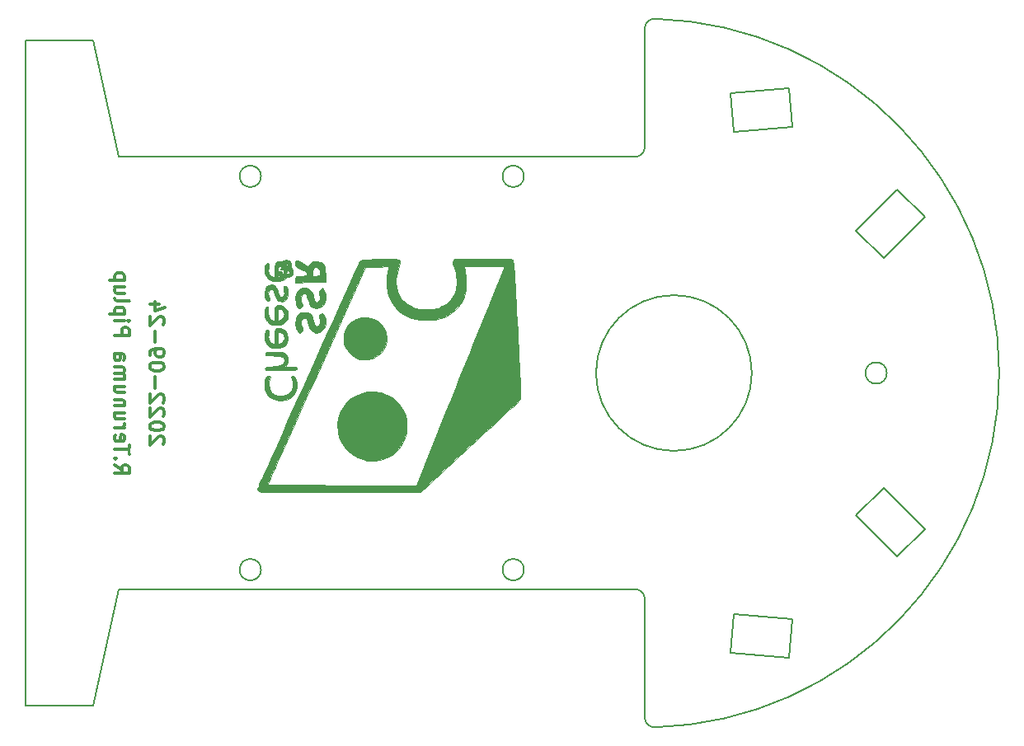
<source format=gbo>
G04 #@! TF.GenerationSoftware,KiCad,Pcbnew,(6.0.7)*
G04 #@! TF.CreationDate,2022-09-24T03:58:47+09:00*
G04 #@! TF.ProjectId,Quatro,51756174-726f-42e6-9b69-6361645f7063,0*
G04 #@! TF.SameCoordinates,Original*
G04 #@! TF.FileFunction,Legend,Bot*
G04 #@! TF.FilePolarity,Positive*
%FSLAX46Y46*%
G04 Gerber Fmt 4.6, Leading zero omitted, Abs format (unit mm)*
G04 Created by KiCad (PCBNEW (6.0.7)) date 2022-09-24 03:58:47*
%MOMM*%
%LPD*%
G01*
G04 APERTURE LIST*
G04 Aperture macros list*
%AMHorizOval*
0 Thick line with rounded ends*
0 $1 width*
0 $2 $3 position (X,Y) of the first rounded end (center of the circle)*
0 $4 $5 position (X,Y) of the second rounded end (center of the circle)*
0 Add line between two ends*
20,1,$1,$2,$3,$4,$5,0*
0 Add two circle primitives to create the rounded ends*
1,1,$1,$2,$3*
1,1,$1,$4,$5*%
%AMRotRect*
0 Rectangle, with rotation*
0 The origin of the aperture is its center*
0 $1 length*
0 $2 width*
0 $3 Rotation angle, in degrees counterclockwise*
0 Add horizontal line*
21,1,$1,$2,0,0,$3*%
G04 Aperture macros list end*
G04 #@! TA.AperFunction,Profile*
%ADD10C,0.200000*%
G04 #@! TD*
%ADD11C,0.300000*%
%ADD12C,0.010000*%
%ADD13C,0.600000*%
%ADD14R,0.700000X1.100000*%
%ADD15R,0.800000X1.100000*%
%ADD16RotRect,2.000000X2.000000X45.000000*%
%ADD17HorizOval,2.000000X0.000000X0.000000X0.000000X0.000000X0*%
%ADD18RotRect,2.000000X2.000000X135.000000*%
%ADD19HorizOval,2.000000X0.000000X0.000000X0.000000X0.000000X0*%
%ADD20RotRect,2.000000X2.000000X95.000000*%
%ADD21HorizOval,2.000000X0.000000X0.000000X0.000000X0.000000X0*%
%ADD22RotRect,2.000000X2.000000X85.000000*%
%ADD23HorizOval,2.000000X0.000000X0.000000X0.000000X0.000000X0*%
%ADD24R,1.700000X1.700000*%
%ADD25O,1.700000X1.700000*%
%ADD26R,1.000000X1.000000*%
%ADD27O,1.000000X1.000000*%
G04 APERTURE END LIST*
D10*
X180800000Y-94600000D02*
G75*
G03*
X180800000Y-94600000I-8000000J0D01*
G01*
X184962896Y-119873643D02*
X184614273Y-123858422D01*
X178985727Y-119350708D02*
X184962896Y-119873643D01*
X184614273Y-123858422D02*
X178637104Y-123335487D01*
X115800000Y-116800000D02*
X168800000Y-116800000D01*
X115800000Y-72400000D02*
X113200000Y-60400000D01*
X130400000Y-74400000D02*
G75*
G03*
X130400000Y-74400000I-1100000J0D01*
G01*
X170828250Y-58214499D02*
G75*
G03*
X169800000Y-59214127I-28250J-999601D01*
G01*
X198582048Y-78575229D02*
X194339407Y-82817870D01*
X169800000Y-117800000D02*
X169800000Y-129985873D01*
X195753620Y-75746802D02*
X198582048Y-78575229D01*
X168800000Y-72400000D02*
G75*
G03*
X169800000Y-71400000I0J1000000D01*
G01*
X194339407Y-106382130D02*
X198582048Y-110624771D01*
X157400000Y-74400000D02*
G75*
G03*
X157400000Y-74400000I-1100000J0D01*
G01*
X184614273Y-65341578D02*
X184962896Y-69326357D01*
X168800000Y-72400000D02*
X115800000Y-72400000D01*
X191510980Y-79989443D02*
X195753620Y-75746802D01*
X198582048Y-110624771D02*
X195753620Y-113453198D01*
X169800000Y-59214127D02*
X169800000Y-71400000D01*
X170828249Y-130985474D02*
G75*
G03*
X170828249Y-58214526I-1028249J36385474D01*
G01*
X169800000Y-117800000D02*
G75*
G03*
X168800000Y-116800000I-1000000J0D01*
G01*
X191510980Y-109210557D02*
X194339407Y-106382130D01*
X195753620Y-113453198D02*
X191510980Y-109210557D01*
X178637104Y-65864513D02*
X184614273Y-65341578D01*
X106200000Y-128800000D02*
X113200000Y-128800000D01*
X178637104Y-123335487D02*
X178985727Y-119350708D01*
X157400000Y-114800000D02*
G75*
G03*
X157400000Y-114800000I-1100000J0D01*
G01*
X178985727Y-69849292D02*
X178637104Y-65864513D01*
X106200000Y-60400000D02*
X106200000Y-128800000D01*
X130400000Y-114800000D02*
G75*
G03*
X130400000Y-114800000I-1100000J0D01*
G01*
X169800027Y-129985873D02*
G75*
G03*
X170828249Y-130985474I999973J-27D01*
G01*
X113200000Y-60400000D02*
X106200000Y-60400000D01*
X194666000Y-94600000D02*
G75*
G03*
X194666000Y-94600000I-1100000J0D01*
G01*
X194339407Y-82817870D02*
X191510980Y-79989443D01*
X113200000Y-128800000D02*
X115800000Y-116800000D01*
X184962896Y-69326357D02*
X178985727Y-69849292D01*
D11*
X120328571Y-101935714D02*
X120400000Y-101864285D01*
X120471428Y-101721428D01*
X120471428Y-101364285D01*
X120400000Y-101221428D01*
X120328571Y-101150000D01*
X120185714Y-101078571D01*
X120042857Y-101078571D01*
X119828571Y-101150000D01*
X118971428Y-102007142D01*
X118971428Y-101078571D01*
X120471428Y-100150000D02*
X120471428Y-100007142D01*
X120400000Y-99864285D01*
X120328571Y-99792857D01*
X120185714Y-99721428D01*
X119900000Y-99650000D01*
X119542857Y-99650000D01*
X119257142Y-99721428D01*
X119114285Y-99792857D01*
X119042857Y-99864285D01*
X118971428Y-100007142D01*
X118971428Y-100150000D01*
X119042857Y-100292857D01*
X119114285Y-100364285D01*
X119257142Y-100435714D01*
X119542857Y-100507142D01*
X119900000Y-100507142D01*
X120185714Y-100435714D01*
X120328571Y-100364285D01*
X120400000Y-100292857D01*
X120471428Y-100150000D01*
X120328571Y-99078571D02*
X120400000Y-99007142D01*
X120471428Y-98864285D01*
X120471428Y-98507142D01*
X120400000Y-98364285D01*
X120328571Y-98292857D01*
X120185714Y-98221428D01*
X120042857Y-98221428D01*
X119828571Y-98292857D01*
X118971428Y-99150000D01*
X118971428Y-98221428D01*
X120328571Y-97650000D02*
X120400000Y-97578571D01*
X120471428Y-97435714D01*
X120471428Y-97078571D01*
X120400000Y-96935714D01*
X120328571Y-96864285D01*
X120185714Y-96792857D01*
X120042857Y-96792857D01*
X119828571Y-96864285D01*
X118971428Y-97721428D01*
X118971428Y-96792857D01*
X119542857Y-96150000D02*
X119542857Y-95007142D01*
X120471428Y-94007142D02*
X120471428Y-93864285D01*
X120400000Y-93721428D01*
X120328571Y-93650000D01*
X120185714Y-93578571D01*
X119900000Y-93507142D01*
X119542857Y-93507142D01*
X119257142Y-93578571D01*
X119114285Y-93650000D01*
X119042857Y-93721428D01*
X118971428Y-93864285D01*
X118971428Y-94007142D01*
X119042857Y-94150000D01*
X119114285Y-94221428D01*
X119257142Y-94292857D01*
X119542857Y-94364285D01*
X119900000Y-94364285D01*
X120185714Y-94292857D01*
X120328571Y-94221428D01*
X120400000Y-94150000D01*
X120471428Y-94007142D01*
X118971428Y-92792857D02*
X118971428Y-92507142D01*
X119042857Y-92364285D01*
X119114285Y-92292857D01*
X119328571Y-92150000D01*
X119614285Y-92078571D01*
X120185714Y-92078571D01*
X120328571Y-92150000D01*
X120400000Y-92221428D01*
X120471428Y-92364285D01*
X120471428Y-92650000D01*
X120400000Y-92792857D01*
X120328571Y-92864285D01*
X120185714Y-92935714D01*
X119828571Y-92935714D01*
X119685714Y-92864285D01*
X119614285Y-92792857D01*
X119542857Y-92650000D01*
X119542857Y-92364285D01*
X119614285Y-92221428D01*
X119685714Y-92150000D01*
X119828571Y-92078571D01*
X119542857Y-91435714D02*
X119542857Y-90292857D01*
X120328571Y-89650000D02*
X120400000Y-89578571D01*
X120471428Y-89435714D01*
X120471428Y-89078571D01*
X120400000Y-88935714D01*
X120328571Y-88864285D01*
X120185714Y-88792857D01*
X120042857Y-88792857D01*
X119828571Y-88864285D01*
X118971428Y-89721428D01*
X118971428Y-88792857D01*
X119971428Y-87507142D02*
X118971428Y-87507142D01*
X120542857Y-87864285D02*
X119471428Y-88221428D01*
X119471428Y-87292857D01*
X115371428Y-104042857D02*
X116085714Y-104542857D01*
X115371428Y-104900000D02*
X116871428Y-104900000D01*
X116871428Y-104328571D01*
X116800000Y-104185714D01*
X116728571Y-104114285D01*
X116585714Y-104042857D01*
X116371428Y-104042857D01*
X116228571Y-104114285D01*
X116157142Y-104185714D01*
X116085714Y-104328571D01*
X116085714Y-104900000D01*
X115514285Y-103400000D02*
X115442857Y-103328571D01*
X115371428Y-103400000D01*
X115442857Y-103471428D01*
X115514285Y-103400000D01*
X115371428Y-103400000D01*
X116871428Y-102900000D02*
X116871428Y-102042857D01*
X115371428Y-102471428D02*
X116871428Y-102471428D01*
X115442857Y-100971428D02*
X115371428Y-101114285D01*
X115371428Y-101400000D01*
X115442857Y-101542857D01*
X115585714Y-101614285D01*
X116157142Y-101614285D01*
X116300000Y-101542857D01*
X116371428Y-101400000D01*
X116371428Y-101114285D01*
X116300000Y-100971428D01*
X116157142Y-100900000D01*
X116014285Y-100900000D01*
X115871428Y-101614285D01*
X115371428Y-100257142D02*
X116371428Y-100257142D01*
X116085714Y-100257142D02*
X116228571Y-100185714D01*
X116300000Y-100114285D01*
X116371428Y-99971428D01*
X116371428Y-99828571D01*
X116371428Y-98685714D02*
X115371428Y-98685714D01*
X116371428Y-99328571D02*
X115585714Y-99328571D01*
X115442857Y-99257142D01*
X115371428Y-99114285D01*
X115371428Y-98900000D01*
X115442857Y-98757142D01*
X115514285Y-98685714D01*
X116371428Y-97971428D02*
X115371428Y-97971428D01*
X116228571Y-97971428D02*
X116300000Y-97900000D01*
X116371428Y-97757142D01*
X116371428Y-97542857D01*
X116300000Y-97400000D01*
X116157142Y-97328571D01*
X115371428Y-97328571D01*
X116371428Y-95971428D02*
X115371428Y-95971428D01*
X116371428Y-96614285D02*
X115585714Y-96614285D01*
X115442857Y-96542857D01*
X115371428Y-96400000D01*
X115371428Y-96185714D01*
X115442857Y-96042857D01*
X115514285Y-95971428D01*
X115371428Y-95257142D02*
X116371428Y-95257142D01*
X116228571Y-95257142D02*
X116300000Y-95185714D01*
X116371428Y-95042857D01*
X116371428Y-94828571D01*
X116300000Y-94685714D01*
X116157142Y-94614285D01*
X115371428Y-94614285D01*
X116157142Y-94614285D02*
X116300000Y-94542857D01*
X116371428Y-94400000D01*
X116371428Y-94185714D01*
X116300000Y-94042857D01*
X116157142Y-93971428D01*
X115371428Y-93971428D01*
X115371428Y-92614285D02*
X116157142Y-92614285D01*
X116300000Y-92685714D01*
X116371428Y-92828571D01*
X116371428Y-93114285D01*
X116300000Y-93257142D01*
X115442857Y-92614285D02*
X115371428Y-92757142D01*
X115371428Y-93114285D01*
X115442857Y-93257142D01*
X115585714Y-93328571D01*
X115728571Y-93328571D01*
X115871428Y-93257142D01*
X115942857Y-93114285D01*
X115942857Y-92757142D01*
X116014285Y-92614285D01*
X115371428Y-90757142D02*
X116871428Y-90757142D01*
X116871428Y-90185714D01*
X116800000Y-90042857D01*
X116728571Y-89971428D01*
X116585714Y-89900000D01*
X116371428Y-89900000D01*
X116228571Y-89971428D01*
X116157142Y-90042857D01*
X116085714Y-90185714D01*
X116085714Y-90757142D01*
X115371428Y-89257142D02*
X116371428Y-89257142D01*
X116871428Y-89257142D02*
X116800000Y-89328571D01*
X116728571Y-89257142D01*
X116800000Y-89185714D01*
X116871428Y-89257142D01*
X116728571Y-89257142D01*
X116371428Y-88542857D02*
X114871428Y-88542857D01*
X116300000Y-88542857D02*
X116371428Y-88400000D01*
X116371428Y-88114285D01*
X116300000Y-87971428D01*
X116228571Y-87900000D01*
X116085714Y-87828571D01*
X115657142Y-87828571D01*
X115514285Y-87900000D01*
X115442857Y-87971428D01*
X115371428Y-88114285D01*
X115371428Y-88400000D01*
X115442857Y-88542857D01*
X115371428Y-86971428D02*
X115442857Y-87114285D01*
X115585714Y-87185714D01*
X116871428Y-87185714D01*
X116371428Y-85757142D02*
X115371428Y-85757142D01*
X116371428Y-86400000D02*
X115585714Y-86400000D01*
X115442857Y-86328571D01*
X115371428Y-86185714D01*
X115371428Y-85971428D01*
X115442857Y-85828571D01*
X115514285Y-85757142D01*
X116371428Y-85042857D02*
X114871428Y-85042857D01*
X116300000Y-85042857D02*
X116371428Y-84900000D01*
X116371428Y-84614285D01*
X116300000Y-84471428D01*
X116228571Y-84400000D01*
X116085714Y-84328571D01*
X115657142Y-84328571D01*
X115514285Y-84400000D01*
X115442857Y-84471428D01*
X115371428Y-84614285D01*
X115371428Y-84900000D01*
X115442857Y-85042857D01*
G36*
X135077352Y-85820331D02*
G01*
X135386496Y-85966453D01*
X135618198Y-86239405D01*
X135743844Y-86623785D01*
X135767242Y-86769275D01*
X135848625Y-87087777D01*
X135957665Y-87264266D01*
X136104713Y-87318667D01*
X136156781Y-87314491D01*
X136338829Y-87212454D01*
X136443130Y-87006576D01*
X136456415Y-86740644D01*
X136365413Y-86458446D01*
X136332815Y-86383776D01*
X136341792Y-86246115D01*
X136470135Y-86077374D01*
X136666777Y-85868058D01*
X136811415Y-86046678D01*
X136908919Y-86216097D01*
X137001326Y-86552774D01*
X137024079Y-86927879D01*
X136967866Y-87268661D01*
X136958755Y-87295294D01*
X136761531Y-87635099D01*
X136460516Y-87841665D01*
X136060873Y-87911334D01*
X135835692Y-87888752D01*
X135534032Y-87745494D01*
X135329949Y-87466692D01*
X135219505Y-87048308D01*
X135214487Y-87012890D01*
X135130815Y-86685367D01*
X135003262Y-86466844D01*
X134848667Y-86387334D01*
X134718201Y-86432236D01*
X134592156Y-86602472D01*
X134525360Y-86857876D01*
X134527907Y-87153719D01*
X134609893Y-87445273D01*
X134649275Y-87543645D01*
X134649995Y-87691032D01*
X134529843Y-87844455D01*
X134454578Y-87914742D01*
X134333711Y-87973084D01*
X134217945Y-87914884D01*
X134103620Y-87762333D01*
X134009298Y-87540853D01*
X133965336Y-87358639D01*
X133930802Y-86897720D01*
X134003299Y-86480421D01*
X134173617Y-86142055D01*
X134432546Y-85917938D01*
X134719378Y-85816439D01*
X135077352Y-85820331D01*
G37*
D12*
X135077352Y-85820331D02*
X135386496Y-85966453D01*
X135618198Y-86239405D01*
X135743844Y-86623785D01*
X135767242Y-86769275D01*
X135848625Y-87087777D01*
X135957665Y-87264266D01*
X136104713Y-87318667D01*
X136156781Y-87314491D01*
X136338829Y-87212454D01*
X136443130Y-87006576D01*
X136456415Y-86740644D01*
X136365413Y-86458446D01*
X136332815Y-86383776D01*
X136341792Y-86246115D01*
X136470135Y-86077374D01*
X136666777Y-85868058D01*
X136811415Y-86046678D01*
X136908919Y-86216097D01*
X137001326Y-86552774D01*
X137024079Y-86927879D01*
X136967866Y-87268661D01*
X136958755Y-87295294D01*
X136761531Y-87635099D01*
X136460516Y-87841665D01*
X136060873Y-87911334D01*
X135835692Y-87888752D01*
X135534032Y-87745494D01*
X135329949Y-87466692D01*
X135219505Y-87048308D01*
X135214487Y-87012890D01*
X135130815Y-86685367D01*
X135003262Y-86466844D01*
X134848667Y-86387334D01*
X134718201Y-86432236D01*
X134592156Y-86602472D01*
X134525360Y-86857876D01*
X134527907Y-87153719D01*
X134609893Y-87445273D01*
X134649275Y-87543645D01*
X134649995Y-87691032D01*
X134529843Y-87844455D01*
X134454578Y-87914742D01*
X134333711Y-87973084D01*
X134217945Y-87914884D01*
X134103620Y-87762333D01*
X134009298Y-87540853D01*
X133965336Y-87358639D01*
X133930802Y-86897720D01*
X134003299Y-86480421D01*
X134173617Y-86142055D01*
X134432546Y-85917938D01*
X134719378Y-85816439D01*
X135077352Y-85820331D01*
G36*
X135457275Y-85267431D02*
G01*
X133906882Y-85290528D01*
X133933275Y-84971097D01*
X133959667Y-84651667D01*
X134531167Y-84626632D01*
X134599742Y-84623536D01*
X134809179Y-84609334D01*
X135695334Y-84609334D01*
X136076334Y-84609334D01*
X136245880Y-84607506D01*
X136394077Y-84581301D01*
X136449200Y-84495081D01*
X136457334Y-84313000D01*
X136417623Y-84070237D01*
X136293482Y-83859362D01*
X136119056Y-83743492D01*
X135929541Y-83744308D01*
X135760130Y-83883491D01*
X135751856Y-83898368D01*
X135713078Y-84059388D01*
X135696630Y-84291834D01*
X135695334Y-84609334D01*
X134809179Y-84609334D01*
X134875718Y-84604822D01*
X135026666Y-84571969D01*
X135089883Y-84510598D01*
X135102667Y-84406333D01*
X135087186Y-84317183D01*
X135003887Y-84209284D01*
X134821488Y-84090755D01*
X134510000Y-83937891D01*
X134272463Y-83826863D01*
X134068971Y-83717057D01*
X133963340Y-83619934D01*
X133923488Y-83502731D01*
X133917334Y-83332690D01*
X133918322Y-83280520D01*
X133949734Y-83077606D01*
X134016136Y-83000667D01*
X134021695Y-83001032D01*
X134151679Y-83046372D01*
X134378835Y-83152742D01*
X134657651Y-83298980D01*
X135200364Y-83597292D01*
X135439485Y-83341313D01*
X135478637Y-83301995D01*
X135786715Y-83119595D01*
X136147095Y-83085977D01*
X136528032Y-83205111D01*
X136605801Y-83249555D01*
X136796236Y-83421848D01*
X136919082Y-83669837D01*
X136985305Y-84023536D01*
X137005871Y-84512961D01*
X137007667Y-85244334D01*
X136076334Y-85258209D01*
X135457275Y-85267431D01*
G37*
X135457275Y-85267431D02*
X133906882Y-85290528D01*
X133933275Y-84971097D01*
X133959667Y-84651667D01*
X134531167Y-84626632D01*
X134599742Y-84623536D01*
X134809179Y-84609334D01*
X135695334Y-84609334D01*
X136076334Y-84609334D01*
X136245880Y-84607506D01*
X136394077Y-84581301D01*
X136449200Y-84495081D01*
X136457334Y-84313000D01*
X136417623Y-84070237D01*
X136293482Y-83859362D01*
X136119056Y-83743492D01*
X135929541Y-83744308D01*
X135760130Y-83883491D01*
X135751856Y-83898368D01*
X135713078Y-84059388D01*
X135696630Y-84291834D01*
X135695334Y-84609334D01*
X134809179Y-84609334D01*
X134875718Y-84604822D01*
X135026666Y-84571969D01*
X135089883Y-84510598D01*
X135102667Y-84406333D01*
X135087186Y-84317183D01*
X135003887Y-84209284D01*
X134821488Y-84090755D01*
X134510000Y-83937891D01*
X134272463Y-83826863D01*
X134068971Y-83717057D01*
X133963340Y-83619934D01*
X133923488Y-83502731D01*
X133917334Y-83332690D01*
X133918322Y-83280520D01*
X133949734Y-83077606D01*
X134016136Y-83000667D01*
X134021695Y-83001032D01*
X134151679Y-83046372D01*
X134378835Y-83152742D01*
X134657651Y-83298980D01*
X135200364Y-83597292D01*
X135439485Y-83341313D01*
X135478637Y-83301995D01*
X135786715Y-83119595D01*
X136147095Y-83085977D01*
X136528032Y-83205111D01*
X136605801Y-83249555D01*
X136796236Y-83421848D01*
X136919082Y-83669837D01*
X136985305Y-84023536D01*
X137005871Y-84512961D01*
X137007667Y-85244334D01*
X136076334Y-85258209D01*
X135457275Y-85267431D01*
G36*
X141709277Y-88943027D02*
G01*
X142190432Y-89143325D01*
X142614566Y-89454416D01*
X142956297Y-89873932D01*
X143190241Y-90399503D01*
X143243133Y-90590459D01*
X143304919Y-90951430D01*
X143287452Y-91287441D01*
X143190766Y-91684800D01*
X143100945Y-91929248D01*
X142798239Y-92422311D01*
X142378442Y-92816238D01*
X141867704Y-93089854D01*
X141292176Y-93221987D01*
X141130769Y-93231591D01*
X140527037Y-93171193D01*
X139990229Y-92962212D01*
X139536221Y-92615889D01*
X139180885Y-92143466D01*
X138940096Y-91556186D01*
X138874881Y-91156725D01*
X138923285Y-90587499D01*
X139128139Y-90020491D01*
X139336554Y-89686310D01*
X139722084Y-89297122D01*
X140177504Y-89030568D01*
X140677431Y-88884280D01*
X141196482Y-88855889D01*
X141709277Y-88943027D01*
G37*
X141709277Y-88943027D02*
X142190432Y-89143325D01*
X142614566Y-89454416D01*
X142956297Y-89873932D01*
X143190241Y-90399503D01*
X143243133Y-90590459D01*
X143304919Y-90951430D01*
X143287452Y-91287441D01*
X143190766Y-91684800D01*
X143100945Y-91929248D01*
X142798239Y-92422311D01*
X142378442Y-92816238D01*
X141867704Y-93089854D01*
X141292176Y-93221987D01*
X141130769Y-93231591D01*
X140527037Y-93171193D01*
X139990229Y-92962212D01*
X139536221Y-92615889D01*
X139180885Y-92143466D01*
X138940096Y-91556186D01*
X138874881Y-91156725D01*
X138923285Y-90587499D01*
X139128139Y-90020491D01*
X139336554Y-89686310D01*
X139722084Y-89297122D01*
X140177504Y-89030568D01*
X140677431Y-88884280D01*
X141196482Y-88855889D01*
X141709277Y-88943027D01*
G36*
X131855613Y-92053035D02*
G01*
X131500005Y-91981760D01*
X131183674Y-91816691D01*
X130937196Y-91555443D01*
X130791145Y-91195635D01*
X130767572Y-90933737D01*
X130788962Y-90626285D01*
X130848473Y-90353013D01*
X130936500Y-90180968D01*
X131033366Y-90118013D01*
X131130608Y-90161772D01*
X131177928Y-90337353D01*
X131165088Y-90624875D01*
X131142503Y-90839132D01*
X131158021Y-91148472D01*
X131260914Y-91359827D01*
X131463796Y-91510596D01*
X131474898Y-91516312D01*
X131653977Y-91601507D01*
X131754129Y-91636667D01*
X131764395Y-91617934D01*
X131782999Y-91471886D01*
X131795863Y-91212506D01*
X131799018Y-90992609D01*
X132139334Y-90992609D01*
X132139586Y-91059672D01*
X132147348Y-91352831D01*
X132163766Y-91558860D01*
X132185872Y-91636667D01*
X132252927Y-91627978D01*
X132469680Y-91520063D01*
X132665665Y-91333886D01*
X132774766Y-91126698D01*
X132780535Y-90939608D01*
X132720374Y-90708853D01*
X132612436Y-90525840D01*
X132482973Y-90451334D01*
X132433283Y-90445588D01*
X132273259Y-90399942D01*
X132267008Y-90397639D01*
X132200934Y-90398085D01*
X132162171Y-90477301D01*
X132143908Y-90665429D01*
X132139334Y-90992609D01*
X131799018Y-90992609D01*
X131800667Y-90877646D01*
X131802025Y-90620791D01*
X131812906Y-90345805D01*
X131841377Y-90178874D01*
X131895287Y-90083034D01*
X131982486Y-90021318D01*
X132029835Y-89998801D01*
X132224733Y-89967414D01*
X132494535Y-90022951D01*
X132587193Y-90056169D01*
X132891310Y-90269651D01*
X133086119Y-90596348D01*
X133155017Y-91011416D01*
X133152639Y-91085881D01*
X133059288Y-91447839D01*
X132852334Y-91727917D01*
X132562353Y-91923730D01*
X132219921Y-92032897D01*
X132185872Y-92034780D01*
X131855613Y-92053035D01*
G37*
X131855613Y-92053035D02*
X131500005Y-91981760D01*
X131183674Y-91816691D01*
X130937196Y-91555443D01*
X130791145Y-91195635D01*
X130767572Y-90933737D01*
X130788962Y-90626285D01*
X130848473Y-90353013D01*
X130936500Y-90180968D01*
X131033366Y-90118013D01*
X131130608Y-90161772D01*
X131177928Y-90337353D01*
X131165088Y-90624875D01*
X131142503Y-90839132D01*
X131158021Y-91148472D01*
X131260914Y-91359827D01*
X131463796Y-91510596D01*
X131474898Y-91516312D01*
X131653977Y-91601507D01*
X131754129Y-91636667D01*
X131764395Y-91617934D01*
X131782999Y-91471886D01*
X131795863Y-91212506D01*
X131799018Y-90992609D01*
X132139334Y-90992609D01*
X132139586Y-91059672D01*
X132147348Y-91352831D01*
X132163766Y-91558860D01*
X132185872Y-91636667D01*
X132252927Y-91627978D01*
X132469680Y-91520063D01*
X132665665Y-91333886D01*
X132774766Y-91126698D01*
X132780535Y-90939608D01*
X132720374Y-90708853D01*
X132612436Y-90525840D01*
X132482973Y-90451334D01*
X132433283Y-90445588D01*
X132273259Y-90399942D01*
X132267008Y-90397639D01*
X132200934Y-90398085D01*
X132162171Y-90477301D01*
X132143908Y-90665429D01*
X132139334Y-90992609D01*
X131799018Y-90992609D01*
X131800667Y-90877646D01*
X131802025Y-90620791D01*
X131812906Y-90345805D01*
X131841377Y-90178874D01*
X131895287Y-90083034D01*
X131982486Y-90021318D01*
X132029835Y-89998801D01*
X132224733Y-89967414D01*
X132494535Y-90022951D01*
X132587193Y-90056169D01*
X132891310Y-90269651D01*
X133086119Y-90596348D01*
X133155017Y-91011416D01*
X133152639Y-91085881D01*
X133059288Y-91447839D01*
X132852334Y-91727917D01*
X132562353Y-91923730D01*
X132219921Y-92032897D01*
X132185872Y-92034780D01*
X131855613Y-92053035D01*
G36*
X135158160Y-88363159D02*
G01*
X135416016Y-88461930D01*
X135579907Y-88649117D01*
X135712698Y-88973156D01*
X135817507Y-89448326D01*
X135819901Y-89462130D01*
X135914479Y-89718329D01*
X136074877Y-89822761D01*
X136294134Y-89770718D01*
X136388802Y-89668780D01*
X136453773Y-89442916D01*
X136447255Y-89169688D01*
X136364168Y-88911452D01*
X136342758Y-88867897D01*
X136327161Y-88721618D01*
X136440294Y-88568077D01*
X136504444Y-88510946D01*
X136658362Y-88455039D01*
X136795177Y-88551315D01*
X136931639Y-88807950D01*
X137016570Y-89078111D01*
X137040778Y-89497790D01*
X136939058Y-89872957D01*
X136726746Y-90175607D01*
X136419179Y-90377735D01*
X136031692Y-90451334D01*
X135841778Y-90419508D01*
X135566461Y-90251277D01*
X135352300Y-89967298D01*
X135230114Y-89600292D01*
X135212969Y-89506178D01*
X135151717Y-89249298D01*
X135089856Y-89075500D01*
X134989585Y-88970148D01*
X134799099Y-88934320D01*
X134611600Y-89028934D01*
X134590035Y-89056000D01*
X134527566Y-89251259D01*
X134514519Y-89519842D01*
X134549456Y-89790167D01*
X134630938Y-89990652D01*
X134689366Y-90083363D01*
X134689906Y-90197070D01*
X134573846Y-90345500D01*
X134437388Y-90475587D01*
X134316296Y-90516772D01*
X134210007Y-90420902D01*
X134084387Y-90176167D01*
X134007666Y-89973596D01*
X133931167Y-89530826D01*
X133967121Y-89105544D01*
X134109072Y-88739072D01*
X134350562Y-88472732D01*
X134515349Y-88394580D01*
X134830880Y-88340983D01*
X135158160Y-88363159D01*
G37*
X135158160Y-88363159D02*
X135416016Y-88461930D01*
X135579907Y-88649117D01*
X135712698Y-88973156D01*
X135817507Y-89448326D01*
X135819901Y-89462130D01*
X135914479Y-89718329D01*
X136074877Y-89822761D01*
X136294134Y-89770718D01*
X136388802Y-89668780D01*
X136453773Y-89442916D01*
X136447255Y-89169688D01*
X136364168Y-88911452D01*
X136342758Y-88867897D01*
X136327161Y-88721618D01*
X136440294Y-88568077D01*
X136504444Y-88510946D01*
X136658362Y-88455039D01*
X136795177Y-88551315D01*
X136931639Y-88807950D01*
X137016570Y-89078111D01*
X137040778Y-89497790D01*
X136939058Y-89872957D01*
X136726746Y-90175607D01*
X136419179Y-90377735D01*
X136031692Y-90451334D01*
X135841778Y-90419508D01*
X135566461Y-90251277D01*
X135352300Y-89967298D01*
X135230114Y-89600292D01*
X135212969Y-89506178D01*
X135151717Y-89249298D01*
X135089856Y-89075500D01*
X134989585Y-88970148D01*
X134799099Y-88934320D01*
X134611600Y-89028934D01*
X134590035Y-89056000D01*
X134527566Y-89251259D01*
X134514519Y-89519842D01*
X134549456Y-89790167D01*
X134630938Y-89990652D01*
X134689366Y-90083363D01*
X134689906Y-90197070D01*
X134573846Y-90345500D01*
X134437388Y-90475587D01*
X134316296Y-90516772D01*
X134210007Y-90420902D01*
X134084387Y-90176167D01*
X134007666Y-89973596D01*
X133931167Y-89530826D01*
X133967121Y-89105544D01*
X134109072Y-88739072D01*
X134350562Y-88472732D01*
X134515349Y-88394580D01*
X134830880Y-88340983D01*
X135158160Y-88363159D01*
G36*
X142679457Y-96597083D02*
G01*
X143341680Y-96837390D01*
X143946817Y-97204876D01*
X144474478Y-97691024D01*
X144904276Y-98287317D01*
X145215821Y-98985237D01*
X145221877Y-99003867D01*
X145302103Y-99336045D01*
X145337706Y-99720031D01*
X145334188Y-100212904D01*
X145332714Y-100251076D01*
X145307279Y-100657068D01*
X145258894Y-100966591D01*
X145172569Y-101247051D01*
X145033314Y-101565851D01*
X144900828Y-101818374D01*
X144471338Y-102412175D01*
X143938788Y-102904509D01*
X143327900Y-103282054D01*
X142663395Y-103531486D01*
X141969995Y-103639483D01*
X141272420Y-103592720D01*
X141129149Y-103563447D01*
X140378012Y-103315994D01*
X139713255Y-102934382D01*
X139150559Y-102432084D01*
X138705605Y-101822577D01*
X138394074Y-101119334D01*
X138280246Y-100618300D01*
X138249089Y-99926034D01*
X138343629Y-99230358D01*
X138556716Y-98576888D01*
X138881201Y-98011241D01*
X138893141Y-97995281D01*
X139279713Y-97539089D01*
X139691193Y-97188549D01*
X140193476Y-96887220D01*
X140554150Y-96724407D01*
X141265303Y-96532075D01*
X141980535Y-96492472D01*
X142679457Y-96597083D01*
G37*
X142679457Y-96597083D02*
X143341680Y-96837390D01*
X143946817Y-97204876D01*
X144474478Y-97691024D01*
X144904276Y-98287317D01*
X145215821Y-98985237D01*
X145221877Y-99003867D01*
X145302103Y-99336045D01*
X145337706Y-99720031D01*
X145334188Y-100212904D01*
X145332714Y-100251076D01*
X145307279Y-100657068D01*
X145258894Y-100966591D01*
X145172569Y-101247051D01*
X145033314Y-101565851D01*
X144900828Y-101818374D01*
X144471338Y-102412175D01*
X143938788Y-102904509D01*
X143327900Y-103282054D01*
X142663395Y-103531486D01*
X141969995Y-103639483D01*
X141272420Y-103592720D01*
X141129149Y-103563447D01*
X140378012Y-103315994D01*
X139713255Y-102934382D01*
X139150559Y-102432084D01*
X138705605Y-101822577D01*
X138394074Y-101119334D01*
X138280246Y-100618300D01*
X138249089Y-99926034D01*
X138343629Y-99230358D01*
X138556716Y-98576888D01*
X138881201Y-98011241D01*
X138893141Y-97995281D01*
X139279713Y-97539089D01*
X139691193Y-97188549D01*
X140193476Y-96887220D01*
X140554150Y-96724407D01*
X141265303Y-96532075D01*
X141980535Y-96492472D01*
X142679457Y-96597083D01*
G36*
X132217229Y-85179081D02*
G01*
X132171687Y-85190940D01*
X131736479Y-85185675D01*
X131323702Y-85063964D01*
X131100643Y-84925448D01*
X130905913Y-84678507D01*
X130786427Y-84313000D01*
X130772069Y-84229962D01*
X130763766Y-83933517D01*
X130810228Y-83655555D01*
X130898021Y-83433788D01*
X131013709Y-83305928D01*
X131143859Y-83309686D01*
X131168718Y-83373569D01*
X131178491Y-83566436D01*
X131160404Y-83834353D01*
X131147192Y-84013556D01*
X131187962Y-84361242D01*
X131339365Y-84595768D01*
X131610167Y-84734682D01*
X131699258Y-84754199D01*
X131756911Y-84729285D01*
X131787125Y-84627654D01*
X131791674Y-84545834D01*
X132147773Y-84545834D01*
X132154168Y-84689134D01*
X132217229Y-84772346D01*
X132356910Y-84713871D01*
X132402230Y-84629605D01*
X132386517Y-84440000D01*
X132344251Y-84305509D01*
X132323125Y-84313957D01*
X132308667Y-84482334D01*
X132294368Y-84650372D01*
X132272210Y-84662857D01*
X132224000Y-84524667D01*
X132156213Y-84313000D01*
X132147773Y-84545834D01*
X131791674Y-84545834D01*
X131798758Y-84418434D01*
X131800667Y-84070754D01*
X131804472Y-83924074D01*
X132139334Y-83924074D01*
X132143076Y-84023519D01*
X132187510Y-84129143D01*
X132308802Y-84125831D01*
X132376685Y-84114700D01*
X132472932Y-84165377D01*
X132531640Y-84348364D01*
X132567536Y-84489440D01*
X132618872Y-84564995D01*
X132659512Y-84480966D01*
X132678199Y-84275611D01*
X133002979Y-84275611D01*
X133073357Y-84399329D01*
X133124251Y-84416459D01*
X133258620Y-84370581D01*
X133286701Y-84332050D01*
X133303950Y-84190717D01*
X133243758Y-84067694D01*
X133134123Y-84037809D01*
X133118857Y-84050962D01*
X133035631Y-84122666D01*
X133002979Y-84275611D01*
X132678199Y-84275611D01*
X132681149Y-84243198D01*
X132679205Y-84096921D01*
X132637981Y-83998521D01*
X132529025Y-84000873D01*
X132453725Y-84014511D01*
X132400964Y-83970618D01*
X132427492Y-83807429D01*
X132449184Y-83708938D01*
X132440014Y-83613732D01*
X132348377Y-83624958D01*
X132274088Y-83651613D01*
X132174742Y-83678000D01*
X132149917Y-83749027D01*
X132139334Y-83924074D01*
X131804472Y-83924074D01*
X131809779Y-83719495D01*
X131854818Y-83390646D01*
X131882791Y-83331297D01*
X132906882Y-83331297D01*
X132982693Y-83506215D01*
X133033995Y-83564032D01*
X133118857Y-83573367D01*
X133144783Y-83463546D01*
X133090265Y-83323070D01*
X132988658Y-83254667D01*
X132961476Y-83256917D01*
X132906882Y-83331297D01*
X131882791Y-83331297D01*
X131946923Y-83195229D01*
X132096432Y-83114264D01*
X132313683Y-83128769D01*
X132467419Y-83141412D01*
X132757447Y-83046279D01*
X132964215Y-82971371D01*
X133199972Y-83010013D01*
X133388954Y-83154598D01*
X133490971Y-83372049D01*
X133465831Y-83629288D01*
X133460042Y-83709839D01*
X133541366Y-83851511D01*
X133616823Y-83969229D01*
X133658988Y-84197213D01*
X133637286Y-84434088D01*
X133550687Y-84597422D01*
X133444787Y-84657226D01*
X133237587Y-84713622D01*
X133124251Y-84746925D01*
X133082851Y-84759090D01*
X132881186Y-84887882D01*
X132618872Y-85057577D01*
X132575106Y-85085889D01*
X132217229Y-85179081D01*
G37*
X132217229Y-85179081D02*
X132171687Y-85190940D01*
X131736479Y-85185675D01*
X131323702Y-85063964D01*
X131100643Y-84925448D01*
X130905913Y-84678507D01*
X130786427Y-84313000D01*
X130772069Y-84229962D01*
X130763766Y-83933517D01*
X130810228Y-83655555D01*
X130898021Y-83433788D01*
X131013709Y-83305928D01*
X131143859Y-83309686D01*
X131168718Y-83373569D01*
X131178491Y-83566436D01*
X131160404Y-83834353D01*
X131147192Y-84013556D01*
X131187962Y-84361242D01*
X131339365Y-84595768D01*
X131610167Y-84734682D01*
X131699258Y-84754199D01*
X131756911Y-84729285D01*
X131787125Y-84627654D01*
X131791674Y-84545834D01*
X132147773Y-84545834D01*
X132154168Y-84689134D01*
X132217229Y-84772346D01*
X132356910Y-84713871D01*
X132402230Y-84629605D01*
X132386517Y-84440000D01*
X132344251Y-84305509D01*
X132323125Y-84313957D01*
X132308667Y-84482334D01*
X132294368Y-84650372D01*
X132272210Y-84662857D01*
X132224000Y-84524667D01*
X132156213Y-84313000D01*
X132147773Y-84545834D01*
X131791674Y-84545834D01*
X131798758Y-84418434D01*
X131800667Y-84070754D01*
X131804472Y-83924074D01*
X132139334Y-83924074D01*
X132143076Y-84023519D01*
X132187510Y-84129143D01*
X132308802Y-84125831D01*
X132376685Y-84114700D01*
X132472932Y-84165377D01*
X132531640Y-84348364D01*
X132567536Y-84489440D01*
X132618872Y-84564995D01*
X132659512Y-84480966D01*
X132678199Y-84275611D01*
X133002979Y-84275611D01*
X133073357Y-84399329D01*
X133124251Y-84416459D01*
X133258620Y-84370581D01*
X133286701Y-84332050D01*
X133303950Y-84190717D01*
X133243758Y-84067694D01*
X133134123Y-84037809D01*
X133118857Y-84050962D01*
X133035631Y-84122666D01*
X133002979Y-84275611D01*
X132678199Y-84275611D01*
X132681149Y-84243198D01*
X132679205Y-84096921D01*
X132637981Y-83998521D01*
X132529025Y-84000873D01*
X132453725Y-84014511D01*
X132400964Y-83970618D01*
X132427492Y-83807429D01*
X132449184Y-83708938D01*
X132440014Y-83613732D01*
X132348377Y-83624958D01*
X132274088Y-83651613D01*
X132174742Y-83678000D01*
X132149917Y-83749027D01*
X132139334Y-83924074D01*
X131804472Y-83924074D01*
X131809779Y-83719495D01*
X131854818Y-83390646D01*
X131882791Y-83331297D01*
X132906882Y-83331297D01*
X132982693Y-83506215D01*
X133033995Y-83564032D01*
X133118857Y-83573367D01*
X133144783Y-83463546D01*
X133090265Y-83323070D01*
X132988658Y-83254667D01*
X132961476Y-83256917D01*
X132906882Y-83331297D01*
X131882791Y-83331297D01*
X131946923Y-83195229D01*
X132096432Y-83114264D01*
X132313683Y-83128769D01*
X132467419Y-83141412D01*
X132757447Y-83046279D01*
X132964215Y-82971371D01*
X133199972Y-83010013D01*
X133388954Y-83154598D01*
X133490971Y-83372049D01*
X133465831Y-83629288D01*
X133460042Y-83709839D01*
X133541366Y-83851511D01*
X133616823Y-83969229D01*
X133658988Y-84197213D01*
X133637286Y-84434088D01*
X133550687Y-84597422D01*
X133444787Y-84657226D01*
X133237587Y-84713622D01*
X133124251Y-84746925D01*
X133082851Y-84759090D01*
X132881186Y-84887882D01*
X132618872Y-85057577D01*
X132575106Y-85085889D01*
X132217229Y-85179081D01*
G36*
X131762059Y-85590292D02*
G01*
X131992679Y-85804203D01*
X132144730Y-86167946D01*
X132162690Y-86237226D01*
X132228906Y-86487579D01*
X132277079Y-86662500D01*
X132314180Y-86736137D01*
X132449856Y-86805677D01*
X132612577Y-86762140D01*
X132741422Y-86612134D01*
X132789143Y-86404745D01*
X132742781Y-86090913D01*
X132736642Y-86068361D01*
X132689032Y-85805915D01*
X132728418Y-85666399D01*
X132861018Y-85625334D01*
X132896076Y-85629013D01*
X133034732Y-85740295D01*
X133123839Y-85991670D01*
X133155334Y-86362929D01*
X133145343Y-86543256D01*
X133047854Y-86898934D01*
X132860575Y-87140530D01*
X132600882Y-87251042D01*
X132286152Y-87213465D01*
X132158952Y-87155562D01*
X132002032Y-87011161D01*
X131880002Y-86770447D01*
X131769889Y-86397092D01*
X131731607Y-86267212D01*
X131602456Y-86036915D01*
X131435683Y-85966420D01*
X131237266Y-86059513D01*
X131172073Y-86173892D01*
X131141445Y-86415279D01*
X131167602Y-86710376D01*
X131249765Y-87000453D01*
X131266726Y-87100701D01*
X131168761Y-87202196D01*
X131003465Y-87205352D01*
X130874247Y-87058274D01*
X130783894Y-86751472D01*
X130783812Y-86751034D01*
X130754197Y-86331539D01*
X130821678Y-85972230D01*
X130974865Y-85705449D01*
X131202363Y-85563537D01*
X131451492Y-85525330D01*
X131762059Y-85590292D01*
G37*
X131762059Y-85590292D02*
X131992679Y-85804203D01*
X132144730Y-86167946D01*
X132162690Y-86237226D01*
X132228906Y-86487579D01*
X132277079Y-86662500D01*
X132314180Y-86736137D01*
X132449856Y-86805677D01*
X132612577Y-86762140D01*
X132741422Y-86612134D01*
X132789143Y-86404745D01*
X132742781Y-86090913D01*
X132736642Y-86068361D01*
X132689032Y-85805915D01*
X132728418Y-85666399D01*
X132861018Y-85625334D01*
X132896076Y-85629013D01*
X133034732Y-85740295D01*
X133123839Y-85991670D01*
X133155334Y-86362929D01*
X133145343Y-86543256D01*
X133047854Y-86898934D01*
X132860575Y-87140530D01*
X132600882Y-87251042D01*
X132286152Y-87213465D01*
X132158952Y-87155562D01*
X132002032Y-87011161D01*
X131880002Y-86770447D01*
X131769889Y-86397092D01*
X131731607Y-86267212D01*
X131602456Y-86036915D01*
X131435683Y-85966420D01*
X131237266Y-86059513D01*
X131172073Y-86173892D01*
X131141445Y-86415279D01*
X131167602Y-86710376D01*
X131249765Y-87000453D01*
X131266726Y-87100701D01*
X131168761Y-87202196D01*
X131003465Y-87205352D01*
X130874247Y-87058274D01*
X130783894Y-86751472D01*
X130783812Y-86751034D01*
X130754197Y-86331539D01*
X130821678Y-85972230D01*
X130974865Y-85705449D01*
X131202363Y-85563537D01*
X131451492Y-85525330D01*
X131762059Y-85590292D01*
G36*
X138538334Y-106874613D02*
G01*
X137774363Y-106874757D01*
X136494036Y-106874675D01*
X135367603Y-106874004D01*
X134385063Y-106872579D01*
X133536414Y-106870235D01*
X132811654Y-106866807D01*
X132200781Y-106862129D01*
X131693792Y-106856036D01*
X131280687Y-106848363D01*
X130951462Y-106838946D01*
X130696116Y-106827618D01*
X130504648Y-106814215D01*
X130367054Y-106798571D01*
X130273332Y-106780522D01*
X130213482Y-106759901D01*
X130177501Y-106736545D01*
X130079408Y-106629429D01*
X130022667Y-106515882D01*
X130051363Y-106438519D01*
X130145567Y-106215648D01*
X130217064Y-106051167D01*
X131043907Y-106051167D01*
X131044027Y-106051571D01*
X131132864Y-106060871D01*
X131378610Y-106069755D01*
X131769349Y-106078125D01*
X132293163Y-106085881D01*
X132938135Y-106092924D01*
X133692349Y-106099155D01*
X134543887Y-106104475D01*
X135480832Y-106108786D01*
X136491269Y-106111987D01*
X137563279Y-106113981D01*
X138684946Y-106114667D01*
X146331224Y-106114667D01*
X149408453Y-98473500D01*
X149807788Y-97481851D01*
X150292887Y-96277115D01*
X150781956Y-95062403D01*
X151267525Y-93856274D01*
X151742123Y-92677291D01*
X152198279Y-91544013D01*
X152628522Y-90475001D01*
X153025382Y-89488817D01*
X153381388Y-88604020D01*
X153689068Y-87839172D01*
X153940952Y-87212834D01*
X155396223Y-83593334D01*
X151205906Y-83593334D01*
X151324620Y-83987790D01*
X151372849Y-84213770D01*
X151416476Y-84617501D01*
X151437038Y-85091313D01*
X151433861Y-85579645D01*
X151406272Y-86026936D01*
X151353596Y-86377626D01*
X151244203Y-86750522D01*
X150922605Y-87412395D01*
X150468496Y-87994465D01*
X149900465Y-88479111D01*
X149237104Y-88848709D01*
X148497000Y-89085638D01*
X148362905Y-89110592D01*
X147858678Y-89163521D01*
X147289752Y-89177257D01*
X146732093Y-89151753D01*
X146261668Y-89086965D01*
X145806879Y-88962299D01*
X145116941Y-88644831D01*
X144523134Y-88204652D01*
X144033909Y-87657465D01*
X143657718Y-87018977D01*
X143403011Y-86304892D01*
X143278240Y-85530916D01*
X143291856Y-84712754D01*
X143452309Y-83866112D01*
X143505666Y-83673223D01*
X142294317Y-83696778D01*
X141082968Y-83720334D01*
X136066057Y-94854000D01*
X135511753Y-96084446D01*
X134944712Y-97343837D01*
X134400642Y-98552892D01*
X133883430Y-99702943D01*
X133396966Y-100785321D01*
X132945137Y-101791357D01*
X132531830Y-102712385D01*
X132160934Y-103539735D01*
X131836336Y-104264738D01*
X131561926Y-104878727D01*
X131341589Y-105373032D01*
X131179215Y-105738986D01*
X131078692Y-105967921D01*
X131043907Y-106051167D01*
X130217064Y-106051167D01*
X130300884Y-105858339D01*
X130512663Y-105376905D01*
X130776251Y-104781657D01*
X131086998Y-104082905D01*
X131440251Y-103290961D01*
X131831361Y-102416136D01*
X132255674Y-101468741D01*
X132708541Y-100459088D01*
X133185309Y-99397487D01*
X133681327Y-98294249D01*
X134191944Y-97159687D01*
X134712508Y-96004110D01*
X135238368Y-94837830D01*
X135764872Y-93671158D01*
X136287370Y-92514405D01*
X136801209Y-91377883D01*
X137301739Y-90271903D01*
X137784307Y-89206775D01*
X138244263Y-88192811D01*
X138676955Y-87240322D01*
X139077731Y-86359619D01*
X139441941Y-85561013D01*
X139764933Y-84854816D01*
X140042055Y-84251338D01*
X140268657Y-83760891D01*
X140440086Y-83393786D01*
X140551691Y-83160334D01*
X140598821Y-83070846D01*
X140653555Y-83028557D01*
X140753087Y-82990875D01*
X140913308Y-82962364D01*
X141155948Y-82941204D01*
X141502736Y-82925574D01*
X141975399Y-82913656D01*
X142595667Y-82903630D01*
X142828922Y-82900938D01*
X143358424Y-82898930D01*
X143822722Y-82902798D01*
X144195793Y-82912004D01*
X144451615Y-82926011D01*
X144564167Y-82944282D01*
X144606748Y-82979007D01*
X144657639Y-83092950D01*
X144650262Y-83282241D01*
X144581684Y-83573593D01*
X144448973Y-83993718D01*
X144364976Y-84257686D01*
X144284166Y-84599022D01*
X144254468Y-84930012D01*
X144263832Y-85338165D01*
X144316185Y-85800683D01*
X144509527Y-86445986D01*
X144841035Y-86994046D01*
X145313532Y-87449060D01*
X145929840Y-87815223D01*
X145950120Y-87824696D01*
X146174393Y-87920551D01*
X146383295Y-87982737D01*
X146622982Y-88018361D01*
X146939610Y-88034525D01*
X147379334Y-88038334D01*
X147420711Y-88038316D01*
X147848724Y-88033769D01*
X148157386Y-88016291D01*
X148392854Y-87978776D01*
X148601283Y-87914122D01*
X148828828Y-87815223D01*
X149365107Y-87502129D01*
X149867786Y-87042235D01*
X150234312Y-86485593D01*
X150315847Y-86311895D01*
X150397010Y-86092116D01*
X150442927Y-85862146D01*
X150462862Y-85568995D01*
X150466077Y-85159667D01*
X150464843Y-85007015D01*
X150450984Y-84619641D01*
X150414338Y-84323505D01*
X150345028Y-84059639D01*
X150233178Y-83769074D01*
X150210059Y-83714046D01*
X150102328Y-83441237D01*
X150057827Y-83267552D01*
X150070149Y-83145661D01*
X150132886Y-83028240D01*
X150261904Y-82831334D01*
X153212919Y-82831334D01*
X153432864Y-82831394D01*
X154199227Y-82832964D01*
X154816093Y-82837128D01*
X155299282Y-82844511D01*
X155664609Y-82855735D01*
X155927894Y-82871423D01*
X156104952Y-82892198D01*
X156211603Y-82918683D01*
X156263663Y-82951501D01*
X156266817Y-82958392D01*
X156287323Y-83090332D01*
X156314780Y-83373190D01*
X156348358Y-83791741D01*
X156387226Y-84330762D01*
X156430555Y-84975029D01*
X156477513Y-85709318D01*
X156527271Y-86518404D01*
X156578998Y-87387063D01*
X156631864Y-88300072D01*
X156685039Y-89242205D01*
X156737692Y-90198241D01*
X156788994Y-91152953D01*
X156838114Y-92091118D01*
X156884221Y-92997512D01*
X156926485Y-93856911D01*
X156964077Y-94654091D01*
X156996165Y-95373828D01*
X157021920Y-96000897D01*
X157040510Y-96520075D01*
X157051107Y-96916137D01*
X157052880Y-97173860D01*
X157044997Y-97278019D01*
X157022703Y-97302366D01*
X156890576Y-97431504D01*
X156648436Y-97662280D01*
X156305582Y-97985993D01*
X155871311Y-98393943D01*
X155354922Y-98877429D01*
X154765715Y-99427750D01*
X154112987Y-100036206D01*
X153406037Y-100694095D01*
X152654164Y-101392718D01*
X151866667Y-102123374D01*
X146744334Y-106872560D01*
X146331224Y-106872664D01*
X138538334Y-106874613D01*
G37*
X138538334Y-106874613D02*
X137774363Y-106874757D01*
X136494036Y-106874675D01*
X135367603Y-106874004D01*
X134385063Y-106872579D01*
X133536414Y-106870235D01*
X132811654Y-106866807D01*
X132200781Y-106862129D01*
X131693792Y-106856036D01*
X131280687Y-106848363D01*
X130951462Y-106838946D01*
X130696116Y-106827618D01*
X130504648Y-106814215D01*
X130367054Y-106798571D01*
X130273332Y-106780522D01*
X130213482Y-106759901D01*
X130177501Y-106736545D01*
X130079408Y-106629429D01*
X130022667Y-106515882D01*
X130051363Y-106438519D01*
X130145567Y-106215648D01*
X130217064Y-106051167D01*
X131043907Y-106051167D01*
X131044027Y-106051571D01*
X131132864Y-106060871D01*
X131378610Y-106069755D01*
X131769349Y-106078125D01*
X132293163Y-106085881D01*
X132938135Y-106092924D01*
X133692349Y-106099155D01*
X134543887Y-106104475D01*
X135480832Y-106108786D01*
X136491269Y-106111987D01*
X137563279Y-106113981D01*
X138684946Y-106114667D01*
X146331224Y-106114667D01*
X149408453Y-98473500D01*
X149807788Y-97481851D01*
X150292887Y-96277115D01*
X150781956Y-95062403D01*
X151267525Y-93856274D01*
X151742123Y-92677291D01*
X152198279Y-91544013D01*
X152628522Y-90475001D01*
X153025382Y-89488817D01*
X153381388Y-88604020D01*
X153689068Y-87839172D01*
X153940952Y-87212834D01*
X155396223Y-83593334D01*
X151205906Y-83593334D01*
X151324620Y-83987790D01*
X151372849Y-84213770D01*
X151416476Y-84617501D01*
X151437038Y-85091313D01*
X151433861Y-85579645D01*
X151406272Y-86026936D01*
X151353596Y-86377626D01*
X151244203Y-86750522D01*
X150922605Y-87412395D01*
X150468496Y-87994465D01*
X149900465Y-88479111D01*
X149237104Y-88848709D01*
X148497000Y-89085638D01*
X148362905Y-89110592D01*
X147858678Y-89163521D01*
X147289752Y-89177257D01*
X146732093Y-89151753D01*
X146261668Y-89086965D01*
X145806879Y-88962299D01*
X145116941Y-88644831D01*
X144523134Y-88204652D01*
X144033909Y-87657465D01*
X143657718Y-87018977D01*
X143403011Y-86304892D01*
X143278240Y-85530916D01*
X143291856Y-84712754D01*
X143452309Y-83866112D01*
X143505666Y-83673223D01*
X142294317Y-83696778D01*
X141082968Y-83720334D01*
X136066057Y-94854000D01*
X135511753Y-96084446D01*
X134944712Y-97343837D01*
X134400642Y-98552892D01*
X133883430Y-99702943D01*
X133396966Y-100785321D01*
X132945137Y-101791357D01*
X132531830Y-102712385D01*
X132160934Y-103539735D01*
X131836336Y-104264738D01*
X131561926Y-104878727D01*
X131341589Y-105373032D01*
X131179215Y-105738986D01*
X131078692Y-105967921D01*
X131043907Y-106051167D01*
X130217064Y-106051167D01*
X130300884Y-105858339D01*
X130512663Y-105376905D01*
X130776251Y-104781657D01*
X131086998Y-104082905D01*
X131440251Y-103290961D01*
X131831361Y-102416136D01*
X132255674Y-101468741D01*
X132708541Y-100459088D01*
X133185309Y-99397487D01*
X133681327Y-98294249D01*
X134191944Y-97159687D01*
X134712508Y-96004110D01*
X135238368Y-94837830D01*
X135764872Y-93671158D01*
X136287370Y-92514405D01*
X136801209Y-91377883D01*
X137301739Y-90271903D01*
X137784307Y-89206775D01*
X138244263Y-88192811D01*
X138676955Y-87240322D01*
X139077731Y-86359619D01*
X139441941Y-85561013D01*
X139764933Y-84854816D01*
X140042055Y-84251338D01*
X140268657Y-83760891D01*
X140440086Y-83393786D01*
X140551691Y-83160334D01*
X140598821Y-83070846D01*
X140653555Y-83028557D01*
X140753087Y-82990875D01*
X140913308Y-82962364D01*
X141155948Y-82941204D01*
X141502736Y-82925574D01*
X141975399Y-82913656D01*
X142595667Y-82903630D01*
X142828922Y-82900938D01*
X143358424Y-82898930D01*
X143822722Y-82902798D01*
X144195793Y-82912004D01*
X144451615Y-82926011D01*
X144564167Y-82944282D01*
X144606748Y-82979007D01*
X144657639Y-83092950D01*
X144650262Y-83282241D01*
X144581684Y-83573593D01*
X144448973Y-83993718D01*
X144364976Y-84257686D01*
X144284166Y-84599022D01*
X144254468Y-84930012D01*
X144263832Y-85338165D01*
X144316185Y-85800683D01*
X144509527Y-86445986D01*
X144841035Y-86994046D01*
X145313532Y-87449060D01*
X145929840Y-87815223D01*
X145950120Y-87824696D01*
X146174393Y-87920551D01*
X146383295Y-87982737D01*
X146622982Y-88018361D01*
X146939610Y-88034525D01*
X147379334Y-88038334D01*
X147420711Y-88038316D01*
X147848724Y-88033769D01*
X148157386Y-88016291D01*
X148392854Y-87978776D01*
X148601283Y-87914122D01*
X148828828Y-87815223D01*
X149365107Y-87502129D01*
X149867786Y-87042235D01*
X150234312Y-86485593D01*
X150315847Y-86311895D01*
X150397010Y-86092116D01*
X150442927Y-85862146D01*
X150462862Y-85568995D01*
X150466077Y-85159667D01*
X150464843Y-85007015D01*
X150450984Y-84619641D01*
X150414338Y-84323505D01*
X150345028Y-84059639D01*
X150233178Y-83769074D01*
X150210059Y-83714046D01*
X150102328Y-83441237D01*
X150057827Y-83267552D01*
X150070149Y-83145661D01*
X150132886Y-83028240D01*
X150261904Y-82831334D01*
X153212919Y-82831334D01*
X153432864Y-82831394D01*
X154199227Y-82832964D01*
X154816093Y-82837128D01*
X155299282Y-82844511D01*
X155664609Y-82855735D01*
X155927894Y-82871423D01*
X156104952Y-82892198D01*
X156211603Y-82918683D01*
X156263663Y-82951501D01*
X156266817Y-82958392D01*
X156287323Y-83090332D01*
X156314780Y-83373190D01*
X156348358Y-83791741D01*
X156387226Y-84330762D01*
X156430555Y-84975029D01*
X156477513Y-85709318D01*
X156527271Y-86518404D01*
X156578998Y-87387063D01*
X156631864Y-88300072D01*
X156685039Y-89242205D01*
X156737692Y-90198241D01*
X156788994Y-91152953D01*
X156838114Y-92091118D01*
X156884221Y-92997512D01*
X156926485Y-93856911D01*
X156964077Y-94654091D01*
X156996165Y-95373828D01*
X157021920Y-96000897D01*
X157040510Y-96520075D01*
X157051107Y-96916137D01*
X157052880Y-97173860D01*
X157044997Y-97278019D01*
X157022703Y-97302366D01*
X156890576Y-97431504D01*
X156648436Y-97662280D01*
X156305582Y-97985993D01*
X155871311Y-98393943D01*
X155354922Y-98877429D01*
X154765715Y-99427750D01*
X154112987Y-100036206D01*
X153406037Y-100694095D01*
X152654164Y-101392718D01*
X151866667Y-102123374D01*
X146744334Y-106872560D01*
X146331224Y-106872664D01*
X138538334Y-106874613D01*
G36*
X133768645Y-94895212D02*
G01*
X133904398Y-95068492D01*
X134005652Y-95339438D01*
X134062642Y-95666946D01*
X134065607Y-96009913D01*
X134004783Y-96327237D01*
X133990825Y-96368079D01*
X133752031Y-96820626D01*
X133402553Y-97145842D01*
X132945794Y-97341463D01*
X132385157Y-97405223D01*
X132221246Y-97398854D01*
X131703098Y-97290476D01*
X131284897Y-97055019D01*
X130978816Y-96701427D01*
X130797029Y-96238643D01*
X130773424Y-96103477D01*
X130760044Y-95763934D01*
X130798026Y-95427864D01*
X130877640Y-95136618D01*
X130989156Y-94931547D01*
X131122844Y-94854000D01*
X131247089Y-94884829D01*
X131323708Y-95018163D01*
X131271457Y-95226522D01*
X131262549Y-95244823D01*
X131195227Y-95522610D01*
X131191131Y-95867055D01*
X131245210Y-96201818D01*
X131352416Y-96450557D01*
X131459931Y-96576623D01*
X131790470Y-96812158D01*
X132177916Y-96934628D01*
X132583990Y-96946073D01*
X132970409Y-96848528D01*
X133298891Y-96644031D01*
X133531157Y-96334618D01*
X133550556Y-96292376D01*
X133621863Y-96079563D01*
X133642560Y-95846083D01*
X133612692Y-95544948D01*
X133532304Y-95129167D01*
X133505362Y-94967489D01*
X133534987Y-94874210D01*
X133654846Y-94854000D01*
X133768645Y-94895212D01*
G37*
X133768645Y-94895212D02*
X133904398Y-95068492D01*
X134005652Y-95339438D01*
X134062642Y-95666946D01*
X134065607Y-96009913D01*
X134004783Y-96327237D01*
X133990825Y-96368079D01*
X133752031Y-96820626D01*
X133402553Y-97145842D01*
X132945794Y-97341463D01*
X132385157Y-97405223D01*
X132221246Y-97398854D01*
X131703098Y-97290476D01*
X131284897Y-97055019D01*
X130978816Y-96701427D01*
X130797029Y-96238643D01*
X130773424Y-96103477D01*
X130760044Y-95763934D01*
X130798026Y-95427864D01*
X130877640Y-95136618D01*
X130989156Y-94931547D01*
X131122844Y-94854000D01*
X131247089Y-94884829D01*
X131323708Y-95018163D01*
X131271457Y-95226522D01*
X131262549Y-95244823D01*
X131195227Y-95522610D01*
X131191131Y-95867055D01*
X131245210Y-96201818D01*
X131352416Y-96450557D01*
X131459931Y-96576623D01*
X131790470Y-96812158D01*
X132177916Y-96934628D01*
X132583990Y-96946073D01*
X132970409Y-96848528D01*
X133298891Y-96644031D01*
X133531157Y-96334618D01*
X133550556Y-96292376D01*
X133621863Y-96079563D01*
X133642560Y-95846083D01*
X133612692Y-95544948D01*
X133532304Y-95129167D01*
X133505362Y-94967489D01*
X133534987Y-94874210D01*
X133654846Y-94854000D01*
X133768645Y-94895212D01*
G36*
X131951178Y-89675077D02*
G01*
X131562235Y-89616395D01*
X131215406Y-89452575D01*
X131013852Y-89257192D01*
X132139334Y-89257192D01*
X132381664Y-89172715D01*
X132562274Y-89064080D01*
X132745064Y-88823662D01*
X132816667Y-88538502D01*
X132761775Y-88394519D01*
X132613380Y-88212098D01*
X132429884Y-88059769D01*
X132270182Y-87996000D01*
X132216225Y-88012038D01*
X132169133Y-88100591D01*
X132145690Y-88294903D01*
X132139334Y-88626596D01*
X132139334Y-89257192D01*
X131013852Y-89257192D01*
X130946187Y-89191599D01*
X130790072Y-88841449D01*
X130782567Y-88805301D01*
X130756906Y-88506837D01*
X130782945Y-88212474D01*
X130850114Y-87963454D01*
X130947844Y-87801020D01*
X131065566Y-87766414D01*
X131091755Y-87786072D01*
X131137973Y-87949004D01*
X131138861Y-88260971D01*
X131136113Y-88393181D01*
X131199716Y-88777784D01*
X131367586Y-89055198D01*
X131629291Y-89205332D01*
X131702335Y-89217191D01*
X131756641Y-89186094D01*
X131786115Y-89077725D01*
X131798283Y-88861401D01*
X131800667Y-88506441D01*
X131802576Y-88295178D01*
X131820339Y-87966815D01*
X131860291Y-87764118D01*
X131926739Y-87658104D01*
X132110606Y-87592384D01*
X132378081Y-87618055D01*
X132664410Y-87729018D01*
X132914073Y-87911047D01*
X132925829Y-87922885D01*
X133071030Y-88102536D01*
X133138683Y-88300189D01*
X133155334Y-88590621D01*
X133154699Y-88670345D01*
X133130128Y-88926796D01*
X133046975Y-89113535D01*
X132874145Y-89310123D01*
X132713427Y-89445096D01*
X132346740Y-89620638D01*
X132139334Y-89649183D01*
X131951178Y-89675077D01*
G37*
X131951178Y-89675077D02*
X131562235Y-89616395D01*
X131215406Y-89452575D01*
X131013852Y-89257192D01*
X132139334Y-89257192D01*
X132381664Y-89172715D01*
X132562274Y-89064080D01*
X132745064Y-88823662D01*
X132816667Y-88538502D01*
X132761775Y-88394519D01*
X132613380Y-88212098D01*
X132429884Y-88059769D01*
X132270182Y-87996000D01*
X132216225Y-88012038D01*
X132169133Y-88100591D01*
X132145690Y-88294903D01*
X132139334Y-88626596D01*
X132139334Y-89257192D01*
X131013852Y-89257192D01*
X130946187Y-89191599D01*
X130790072Y-88841449D01*
X130782567Y-88805301D01*
X130756906Y-88506837D01*
X130782945Y-88212474D01*
X130850114Y-87963454D01*
X130947844Y-87801020D01*
X131065566Y-87766414D01*
X131091755Y-87786072D01*
X131137973Y-87949004D01*
X131138861Y-88260971D01*
X131136113Y-88393181D01*
X131199716Y-88777784D01*
X131367586Y-89055198D01*
X131629291Y-89205332D01*
X131702335Y-89217191D01*
X131756641Y-89186094D01*
X131786115Y-89077725D01*
X131798283Y-88861401D01*
X131800667Y-88506441D01*
X131802576Y-88295178D01*
X131820339Y-87966815D01*
X131860291Y-87764118D01*
X131926739Y-87658104D01*
X132110606Y-87592384D01*
X132378081Y-87618055D01*
X132664410Y-87729018D01*
X132914073Y-87911047D01*
X132925829Y-87922885D01*
X133071030Y-88102536D01*
X133138683Y-88300189D01*
X133155334Y-88590621D01*
X133154699Y-88670345D01*
X133130128Y-88926796D01*
X133046975Y-89113535D01*
X132874145Y-89310123D01*
X132713427Y-89445096D01*
X132346740Y-89620638D01*
X132139334Y-89649183D01*
X131951178Y-89675077D01*
G36*
X132110549Y-92441658D02*
G01*
X132423318Y-92448271D01*
X132628411Y-92468053D01*
X132761185Y-92508219D01*
X132856991Y-92575981D01*
X132951186Y-92678555D01*
X132970993Y-92702572D01*
X133126039Y-93023049D01*
X133143243Y-93380718D01*
X133018596Y-93713979D01*
X132881859Y-93922667D01*
X133490152Y-93922667D01*
X133648913Y-93923078D01*
X133898800Y-93930951D01*
X134029423Y-93957690D01*
X134075410Y-94014646D01*
X134071389Y-94113167D01*
X134068451Y-94132920D01*
X134050481Y-94195689D01*
X134004042Y-94241371D01*
X133905657Y-94273205D01*
X133731853Y-94294431D01*
X133459155Y-94308289D01*
X133064089Y-94318019D01*
X132523180Y-94326862D01*
X132082164Y-94331654D01*
X131632680Y-94332150D01*
X131264011Y-94327780D01*
X131005650Y-94318922D01*
X130887089Y-94305951D01*
X130830839Y-94260347D01*
X130800399Y-94113423D01*
X130802087Y-94105475D01*
X130847939Y-94032446D01*
X130965839Y-93983155D01*
X131188213Y-93949322D01*
X131547490Y-93922667D01*
X131578659Y-93920781D01*
X132044282Y-93874402D01*
X132372245Y-93796100D01*
X132591266Y-93675683D01*
X132730060Y-93502960D01*
X132789728Y-93375935D01*
X132801349Y-93212645D01*
X132696503Y-93028683D01*
X132656646Y-92983044D01*
X132553508Y-92919731D01*
X132382516Y-92876472D01*
X132109845Y-92846237D01*
X131701669Y-92822000D01*
X131655485Y-92819749D01*
X131277232Y-92798267D01*
X131035257Y-92773845D01*
X130899559Y-92739221D01*
X130840140Y-92687138D01*
X130827000Y-92610334D01*
X130828822Y-92571872D01*
X130854889Y-92511191D01*
X130934897Y-92472851D01*
X131097691Y-92451764D01*
X131372117Y-92442843D01*
X131787020Y-92441000D01*
X132110549Y-92441658D01*
G37*
X132110549Y-92441658D02*
X132423318Y-92448271D01*
X132628411Y-92468053D01*
X132761185Y-92508219D01*
X132856991Y-92575981D01*
X132951186Y-92678555D01*
X132970993Y-92702572D01*
X133126039Y-93023049D01*
X133143243Y-93380718D01*
X133018596Y-93713979D01*
X132881859Y-93922667D01*
X133490152Y-93922667D01*
X133648913Y-93923078D01*
X133898800Y-93930951D01*
X134029423Y-93957690D01*
X134075410Y-94014646D01*
X134071389Y-94113167D01*
X134068451Y-94132920D01*
X134050481Y-94195689D01*
X134004042Y-94241371D01*
X133905657Y-94273205D01*
X133731853Y-94294431D01*
X133459155Y-94308289D01*
X133064089Y-94318019D01*
X132523180Y-94326862D01*
X132082164Y-94331654D01*
X131632680Y-94332150D01*
X131264011Y-94327780D01*
X131005650Y-94318922D01*
X130887089Y-94305951D01*
X130830839Y-94260347D01*
X130800399Y-94113423D01*
X130802087Y-94105475D01*
X130847939Y-94032446D01*
X130965839Y-93983155D01*
X131188213Y-93949322D01*
X131547490Y-93922667D01*
X131578659Y-93920781D01*
X132044282Y-93874402D01*
X132372245Y-93796100D01*
X132591266Y-93675683D01*
X132730060Y-93502960D01*
X132789728Y-93375935D01*
X132801349Y-93212645D01*
X132696503Y-93028683D01*
X132656646Y-92983044D01*
X132553508Y-92919731D01*
X132382516Y-92876472D01*
X132109845Y-92846237D01*
X131701669Y-92822000D01*
X131655485Y-92819749D01*
X131277232Y-92798267D01*
X131035257Y-92773845D01*
X130899559Y-92739221D01*
X130840140Y-92687138D01*
X130827000Y-92610334D01*
X130828822Y-92571872D01*
X130854889Y-92511191D01*
X130934897Y-92472851D01*
X131097691Y-92451764D01*
X131372117Y-92442843D01*
X131787020Y-92441000D01*
X132110549Y-92441658D01*
%LPC*%
D13*
X117250000Y-103575000D03*
X117250000Y-101575000D03*
X117250000Y-102575000D03*
X117250000Y-86975000D03*
X117250000Y-84975000D03*
X117250000Y-85975000D03*
D14*
X135950000Y-78100000D03*
X134850000Y-78100000D03*
D15*
X133700000Y-78100000D03*
D14*
X132550000Y-78100000D03*
X131450000Y-78100000D03*
X131450000Y-79800000D03*
X131450000Y-81500000D03*
X132550000Y-81500000D03*
D15*
X133700000Y-81500000D03*
D14*
X134850000Y-81500000D03*
X135950000Y-81500000D03*
X135950000Y-79800000D03*
D15*
X133700000Y-79800000D03*
D14*
X132550000Y-79800000D03*
D16*
X189700000Y-106100000D03*
D17*
X191496051Y-104303949D03*
D18*
X188900000Y-86900000D03*
D19*
X187103949Y-85103949D03*
D20*
X171900000Y-69600000D03*
D21*
X171678624Y-67069665D03*
D22*
X175000000Y-122100000D03*
D23*
X175221376Y-119569665D03*
D22*
X171700000Y-121800000D03*
D23*
X171921376Y-119269665D03*
D16*
X187300000Y-103700000D03*
D17*
X189096051Y-101903949D03*
D20*
X175200000Y-69300000D03*
D21*
X174978624Y-66769665D03*
D18*
X191300000Y-84600000D03*
D19*
X189503949Y-82803949D03*
D24*
X109100000Y-85300000D03*
D25*
X111640000Y-85300000D03*
X109100000Y-87840000D03*
X111640000Y-87840000D03*
X109100000Y-90380000D03*
X111640000Y-90380000D03*
D26*
X113275000Y-73125000D03*
D27*
X113275000Y-71855000D03*
D26*
X193600000Y-99300000D03*
D27*
X193600000Y-100570000D03*
D24*
X109100000Y-98200000D03*
D25*
X111640000Y-98200000D03*
X109100000Y-100740000D03*
X111640000Y-100740000D03*
X109100000Y-103280000D03*
X111640000Y-103280000D03*
D24*
X109075000Y-80325000D03*
D25*
X109075000Y-77785000D03*
X109075000Y-75245000D03*
X109075000Y-72705000D03*
D26*
X113250000Y-77200000D03*
D27*
X113250000Y-75930000D03*
D24*
X109125000Y-67775000D03*
D25*
X109125000Y-65235000D03*
X109125000Y-62695000D03*
M02*

</source>
